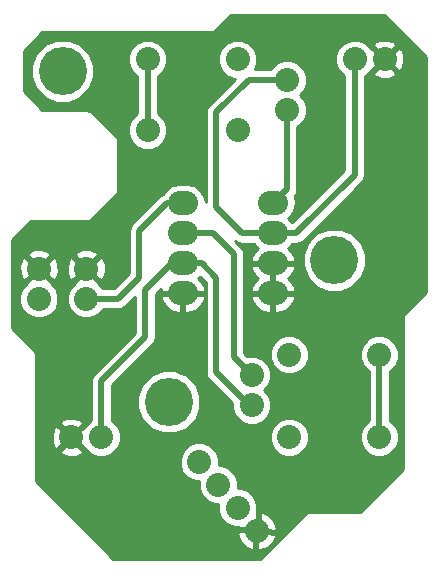
<source format=gtl>
G04 #@! TF.FileFunction,Copper,L1,Top,Signal*
%FSLAX46Y46*%
G04 Gerber Fmt 4.6, Leading zero omitted, Abs format (unit mm)*
G04 Created by KiCad (PCBNEW 4.0.2-stable) date 05/06/2017 19:07:13*
%MOMM*%
G01*
G04 APERTURE LIST*
%ADD10C,0.100000*%
%ADD11C,2.032000*%
%ADD12O,2.540000X2.032000*%
%ADD13C,4.064000*%
%ADD14C,0.500000*%
%ADD15C,0.254000*%
G04 APERTURE END LIST*
D10*
D11*
X24000000Y-47270000D03*
X24000000Y-44730000D03*
X28000000Y-47270000D03*
X28000000Y-44730000D03*
X33190000Y-27000000D03*
X40810000Y-27000000D03*
X52810000Y-59000000D03*
X45190000Y-59000000D03*
X45190000Y-52000000D03*
X52810000Y-52000000D03*
X40810000Y-33000000D03*
X33190000Y-33000000D03*
X37550979Y-61081371D03*
X39183660Y-63027124D03*
X40816340Y-64972876D03*
X42449021Y-66918629D03*
X26730000Y-59000000D03*
X29270000Y-59000000D03*
X53270000Y-27000000D03*
X50730000Y-27000000D03*
D12*
X43810000Y-39190000D03*
X43810000Y-41730000D03*
X43810000Y-44270000D03*
X43810000Y-46810000D03*
X36190000Y-46810000D03*
X36190000Y-44270000D03*
X36190000Y-41730000D03*
X36190000Y-39190000D03*
D11*
X45000000Y-28730000D03*
X45000000Y-31270000D03*
X42000000Y-53730000D03*
X42000000Y-56270000D03*
D13*
X26000000Y-28000000D03*
X35000000Y-56000000D03*
X49000000Y-44000000D03*
D14*
X36190000Y-39190000D02*
X34810000Y-39190000D01*
X30730000Y-47270000D02*
X28000000Y-47270000D01*
X32500000Y-45500000D02*
X30730000Y-47270000D01*
X32500000Y-41500000D02*
X32500000Y-45500000D01*
X34810000Y-39190000D02*
X32500000Y-41500000D01*
X45000000Y-28730000D02*
X41770000Y-28730000D01*
X41230000Y-41730000D02*
X43810000Y-41730000D01*
X39000000Y-39500000D02*
X41230000Y-41730000D01*
X39000000Y-31500000D02*
X39000000Y-39500000D01*
X41770000Y-28730000D02*
X39000000Y-31500000D01*
X43810000Y-41730000D02*
X45770000Y-41730000D01*
X50730000Y-36770000D02*
X50730000Y-27000000D01*
X45770000Y-41730000D02*
X50730000Y-36770000D01*
X42000000Y-56270000D02*
X41770000Y-56270000D01*
X37770000Y-44270000D02*
X36190000Y-44270000D01*
X39000000Y-45500000D02*
X37770000Y-44270000D01*
X39000000Y-53500000D02*
X39000000Y-45500000D01*
X41770000Y-56270000D02*
X39000000Y-53500000D01*
X36190000Y-44270000D02*
X35230000Y-44270000D01*
X35230000Y-44270000D02*
X33000000Y-46500000D01*
X33000000Y-46500000D02*
X33000000Y-50500000D01*
X33000000Y-50500000D02*
X29270000Y-54230000D01*
X29270000Y-54230000D02*
X29270000Y-59000000D01*
X45000000Y-31270000D02*
X45000000Y-38000000D01*
X45000000Y-38000000D02*
X43810000Y-39190000D01*
X36190000Y-41730000D02*
X38730000Y-41730000D01*
X40500000Y-52230000D02*
X42000000Y-53730000D01*
X40500000Y-43500000D02*
X40500000Y-52230000D01*
X38730000Y-41730000D02*
X40500000Y-43500000D01*
X33190000Y-27000000D02*
X33190000Y-33000000D01*
X52810000Y-52000000D02*
X52810000Y-59000000D01*
D15*
G36*
X56790000Y-46705908D02*
X54997954Y-48497954D01*
X54931816Y-48596937D01*
X54931816Y-27268358D01*
X54908014Y-26611981D01*
X54702622Y-26116120D01*
X54434107Y-26015498D01*
X54254502Y-26195103D01*
X54254502Y-25835893D01*
X54153880Y-25567378D01*
X53538358Y-25338184D01*
X52881981Y-25361986D01*
X52386120Y-25567378D01*
X52285498Y-25835893D01*
X53270000Y-26820395D01*
X54254502Y-25835893D01*
X54254502Y-26195103D01*
X53449605Y-27000000D01*
X54434107Y-27984502D01*
X54702622Y-27883880D01*
X54931816Y-27268358D01*
X54931816Y-48596937D01*
X54844046Y-48728295D01*
X54790000Y-49000000D01*
X54790000Y-61705908D01*
X54461286Y-62034622D01*
X54461286Y-58673037D01*
X54210466Y-58066005D01*
X53746437Y-57601166D01*
X53695000Y-57579807D01*
X53695000Y-53420710D01*
X53743995Y-53400466D01*
X54208834Y-52936437D01*
X54460713Y-52329845D01*
X54461286Y-51673037D01*
X54254502Y-51172580D01*
X54254502Y-28164107D01*
X53270000Y-27179605D01*
X53090395Y-27359210D01*
X53090395Y-27000000D01*
X52105893Y-26015498D01*
X52087083Y-26022546D01*
X51666437Y-25601166D01*
X51059845Y-25349287D01*
X50403037Y-25348714D01*
X49796005Y-25599534D01*
X49331166Y-26063563D01*
X49079287Y-26670155D01*
X49078714Y-27326963D01*
X49329534Y-27933995D01*
X49793563Y-28398834D01*
X49845000Y-28420192D01*
X49845000Y-36403420D01*
X45435820Y-40812599D01*
X45268754Y-40562567D01*
X45115251Y-40460000D01*
X45268754Y-40357433D01*
X45626646Y-39821810D01*
X45752321Y-39190000D01*
X45636811Y-38609295D01*
X45636811Y-38609294D01*
X45817633Y-38338675D01*
X45885000Y-38000000D01*
X45885001Y-38000000D01*
X45885000Y-37999994D01*
X45885000Y-32690710D01*
X45933995Y-32670466D01*
X46398834Y-32206437D01*
X46650713Y-31599845D01*
X46651286Y-30943037D01*
X46400466Y-30336005D01*
X46064867Y-29999821D01*
X46398834Y-29666437D01*
X46650713Y-29059845D01*
X46651286Y-28403037D01*
X46400466Y-27796005D01*
X45936437Y-27331166D01*
X45329845Y-27079287D01*
X44673037Y-27078714D01*
X44066005Y-27329534D01*
X43601166Y-27793563D01*
X43579807Y-27845000D01*
X42246801Y-27845000D01*
X42460713Y-27329845D01*
X42461286Y-26673037D01*
X42210466Y-26066005D01*
X41746437Y-25601166D01*
X41139845Y-25349287D01*
X40483037Y-25348714D01*
X39876005Y-25599534D01*
X39411166Y-26063563D01*
X39159287Y-26670155D01*
X39158714Y-27326963D01*
X39409534Y-27933995D01*
X39873563Y-28398834D01*
X40480155Y-28650713D01*
X40597605Y-28650815D01*
X38374210Y-30874210D01*
X38182367Y-31161325D01*
X38171189Y-31217515D01*
X38114999Y-31500000D01*
X38115000Y-31500005D01*
X38115000Y-39102921D01*
X38006646Y-38558190D01*
X37648754Y-38022567D01*
X37113131Y-37664675D01*
X36481321Y-37539000D01*
X35898679Y-37539000D01*
X35266869Y-37664675D01*
X34841286Y-37949040D01*
X34841286Y-32673037D01*
X34590466Y-32066005D01*
X34126437Y-31601166D01*
X34075000Y-31579807D01*
X34075000Y-28420710D01*
X34123995Y-28400466D01*
X34588834Y-27936437D01*
X34840713Y-27329845D01*
X34841286Y-26673037D01*
X34590466Y-26066005D01*
X34126437Y-25601166D01*
X33519845Y-25349287D01*
X32863037Y-25348714D01*
X32256005Y-25599534D01*
X31791166Y-26063563D01*
X31539287Y-26670155D01*
X31538714Y-27326963D01*
X31789534Y-27933995D01*
X32253563Y-28398834D01*
X32305000Y-28420192D01*
X32305000Y-31579289D01*
X32256005Y-31599534D01*
X31791166Y-32063563D01*
X31539287Y-32670155D01*
X31538714Y-33326963D01*
X31789534Y-33933995D01*
X32253563Y-34398834D01*
X32860155Y-34650713D01*
X33516963Y-34651286D01*
X34123995Y-34400466D01*
X34588834Y-33936437D01*
X34840713Y-33329845D01*
X34841286Y-32673037D01*
X34841286Y-37949040D01*
X34731246Y-38022567D01*
X34501531Y-38366358D01*
X34471325Y-38372367D01*
X34184210Y-38564210D01*
X34184207Y-38564213D01*
X31874210Y-40874210D01*
X31682367Y-41161325D01*
X31671189Y-41217515D01*
X31614999Y-41500000D01*
X31615000Y-41500005D01*
X31615000Y-45133420D01*
X30363420Y-46385000D01*
X29661816Y-46385000D01*
X29661816Y-44998358D01*
X29638014Y-44341981D01*
X29432622Y-43846120D01*
X29164107Y-43745498D01*
X28984502Y-43925103D01*
X28984502Y-43565893D01*
X28883880Y-43297378D01*
X28268358Y-43068184D01*
X27611981Y-43091986D01*
X27116120Y-43297378D01*
X27015498Y-43565893D01*
X28000000Y-44550395D01*
X28984502Y-43565893D01*
X28984502Y-43925103D01*
X28179605Y-44730000D01*
X29164107Y-45714502D01*
X29432622Y-45613880D01*
X29661816Y-44998358D01*
X29661816Y-46385000D01*
X29420710Y-46385000D01*
X29400466Y-46336005D01*
X28977633Y-45912434D01*
X28984502Y-45894107D01*
X28000000Y-44909605D01*
X27820395Y-45089210D01*
X27820395Y-44730000D01*
X26835893Y-43745498D01*
X26567378Y-43846120D01*
X26338184Y-44461642D01*
X26361986Y-45118019D01*
X26567378Y-45613880D01*
X26835893Y-45714502D01*
X27820395Y-44730000D01*
X27820395Y-45089210D01*
X27015498Y-45894107D01*
X27022546Y-45912916D01*
X26601166Y-46333563D01*
X26349287Y-46940155D01*
X26348714Y-47596963D01*
X26599534Y-48203995D01*
X27063563Y-48668834D01*
X27670155Y-48920713D01*
X28326963Y-48921286D01*
X28933995Y-48670466D01*
X29398834Y-48206437D01*
X29420192Y-48155000D01*
X30729994Y-48155000D01*
X30730000Y-48155001D01*
X30730000Y-48155000D01*
X31012484Y-48098810D01*
X31068674Y-48087633D01*
X31068675Y-48087633D01*
X31355790Y-47895790D01*
X32115000Y-47136579D01*
X32115000Y-50133420D01*
X28644210Y-53604210D01*
X28452367Y-53891325D01*
X28441189Y-53947515D01*
X28384999Y-54230000D01*
X28385000Y-54230005D01*
X28385000Y-57579289D01*
X28336005Y-57599534D01*
X27912434Y-58022366D01*
X27894107Y-58015498D01*
X27714502Y-58195103D01*
X27714502Y-57835893D01*
X27613880Y-57567378D01*
X26998358Y-57338184D01*
X26341981Y-57361986D01*
X25846120Y-57567378D01*
X25745498Y-57835893D01*
X26730000Y-58820395D01*
X27714502Y-57835893D01*
X27714502Y-58195103D01*
X26909605Y-59000000D01*
X27894107Y-59984502D01*
X27912916Y-59977453D01*
X28333563Y-60398834D01*
X28940155Y-60650713D01*
X29596963Y-60651286D01*
X30203995Y-60400466D01*
X30668834Y-59936437D01*
X30920713Y-59329845D01*
X30921286Y-58673037D01*
X30670466Y-58066005D01*
X30206437Y-57601166D01*
X30155000Y-57579807D01*
X30155000Y-54596579D01*
X33625786Y-51125792D01*
X33625789Y-51125790D01*
X33625790Y-51125790D01*
X33817633Y-50838675D01*
X33885000Y-50500000D01*
X33885000Y-46866579D01*
X34331797Y-46419782D01*
X34330025Y-46427056D01*
X34449165Y-46683000D01*
X36063000Y-46683000D01*
X36063000Y-46663000D01*
X36317000Y-46663000D01*
X36317000Y-46683000D01*
X37930835Y-46683000D01*
X38049975Y-46427056D01*
X38017926Y-46295523D01*
X37701236Y-45732370D01*
X37474218Y-45554053D01*
X37648754Y-45437433D01*
X37663613Y-45415193D01*
X38115000Y-45866579D01*
X38115000Y-53499994D01*
X38114999Y-53500000D01*
X38171189Y-53782484D01*
X38182367Y-53838675D01*
X38374210Y-54125790D01*
X40349146Y-56100726D01*
X40348714Y-56596963D01*
X40599534Y-57203995D01*
X41063563Y-57668834D01*
X41670155Y-57920713D01*
X42326963Y-57921286D01*
X42933995Y-57670466D01*
X43398834Y-57206437D01*
X43650713Y-56599845D01*
X43651286Y-55943037D01*
X43400466Y-55336005D01*
X43064867Y-54999821D01*
X43398834Y-54666437D01*
X43650713Y-54059845D01*
X43651286Y-53403037D01*
X43400466Y-52796005D01*
X42936437Y-52331166D01*
X42329845Y-52079287D01*
X41673037Y-52078714D01*
X41621562Y-52099982D01*
X41385000Y-51863420D01*
X41385000Y-43500005D01*
X41385000Y-43500000D01*
X41385001Y-43500000D01*
X41328810Y-43217515D01*
X41317633Y-43161326D01*
X41317633Y-43161325D01*
X41125790Y-42874210D01*
X41125786Y-42874207D01*
X40613730Y-42362151D01*
X40891325Y-42547633D01*
X41230000Y-42615001D01*
X41230000Y-42615000D01*
X41230005Y-42615000D01*
X42162530Y-42615000D01*
X42351246Y-42897433D01*
X42525781Y-43014053D01*
X42298764Y-43192370D01*
X41982074Y-43755523D01*
X41950025Y-43887056D01*
X42069165Y-44143000D01*
X43683000Y-44143000D01*
X43683000Y-44123000D01*
X43937000Y-44123000D01*
X43937000Y-44143000D01*
X45550835Y-44143000D01*
X45669975Y-43887056D01*
X45637926Y-43755523D01*
X45321236Y-43192370D01*
X45094218Y-43014053D01*
X45268754Y-42897433D01*
X45457469Y-42615000D01*
X45769994Y-42615000D01*
X45770000Y-42615001D01*
X45770000Y-42615000D01*
X46052484Y-42558810D01*
X46108674Y-42547633D01*
X46108675Y-42547633D01*
X46395790Y-42355790D01*
X51355786Y-37395792D01*
X51355789Y-37395790D01*
X51355790Y-37395790D01*
X51547633Y-37108675D01*
X51615000Y-36770000D01*
X51615001Y-36770000D01*
X51615000Y-36769994D01*
X51615000Y-28420710D01*
X51663995Y-28400466D01*
X52087565Y-27977633D01*
X52105893Y-27984502D01*
X53090395Y-27000000D01*
X53090395Y-27359210D01*
X52285498Y-28164107D01*
X52386120Y-28432622D01*
X53001642Y-28661816D01*
X53658019Y-28638014D01*
X54153880Y-28432622D01*
X54254502Y-28164107D01*
X54254502Y-51172580D01*
X54210466Y-51066005D01*
X53746437Y-50601166D01*
X53139845Y-50349287D01*
X52483037Y-50348714D01*
X51876005Y-50599534D01*
X51667461Y-50807714D01*
X51667461Y-43471828D01*
X51262290Y-42491240D01*
X50512706Y-41740346D01*
X49532826Y-41333465D01*
X48471828Y-41332539D01*
X47491240Y-41737710D01*
X46740346Y-42487294D01*
X46333465Y-43467174D01*
X46332539Y-44528172D01*
X46737710Y-45508760D01*
X47487294Y-46259654D01*
X48467174Y-46666535D01*
X49528172Y-46667461D01*
X50508760Y-46262290D01*
X51259654Y-45512706D01*
X51666535Y-44532826D01*
X51667461Y-43471828D01*
X51667461Y-50807714D01*
X51411166Y-51063563D01*
X51159287Y-51670155D01*
X51158714Y-52326963D01*
X51409534Y-52933995D01*
X51873563Y-53398834D01*
X51925000Y-53420192D01*
X51925000Y-57579289D01*
X51876005Y-57599534D01*
X51411166Y-58063563D01*
X51159287Y-58670155D01*
X51158714Y-59326963D01*
X51409534Y-59933995D01*
X51873563Y-60398834D01*
X52480155Y-60650713D01*
X53136963Y-60651286D01*
X53743995Y-60400466D01*
X54208834Y-59936437D01*
X54460713Y-59329845D01*
X54461286Y-58673037D01*
X54461286Y-62034622D01*
X53997954Y-62497954D01*
X53997951Y-62497957D01*
X51205908Y-65290000D01*
X47000000Y-65290000D01*
X46841286Y-65321570D01*
X46841286Y-58673037D01*
X46841286Y-51673037D01*
X46590466Y-51066005D01*
X46126437Y-50601166D01*
X45669975Y-50411626D01*
X45669975Y-47192944D01*
X45669975Y-46427056D01*
X45637926Y-46295523D01*
X45321236Y-45732370D01*
X45076326Y-45540000D01*
X45321236Y-45347630D01*
X45637926Y-44784477D01*
X45669975Y-44652944D01*
X45550835Y-44397000D01*
X43937000Y-44397000D01*
X43937000Y-45159000D01*
X43937000Y-45921000D01*
X43937000Y-46683000D01*
X45550835Y-46683000D01*
X45669975Y-46427056D01*
X45669975Y-47192944D01*
X45550835Y-46937000D01*
X43937000Y-46937000D01*
X43937000Y-48461000D01*
X44191000Y-48461000D01*
X44813143Y-48286724D01*
X45321236Y-47887630D01*
X45637926Y-47324477D01*
X45669975Y-47192944D01*
X45669975Y-50411626D01*
X45519845Y-50349287D01*
X44863037Y-50348714D01*
X44256005Y-50599534D01*
X43791166Y-51063563D01*
X43683000Y-51324055D01*
X43683000Y-48461000D01*
X43683000Y-46937000D01*
X43683000Y-46683000D01*
X43683000Y-45921000D01*
X43683000Y-45159000D01*
X43683000Y-44397000D01*
X42069165Y-44397000D01*
X41950025Y-44652944D01*
X41982074Y-44784477D01*
X42298764Y-45347630D01*
X42543673Y-45540000D01*
X42298764Y-45732370D01*
X41982074Y-46295523D01*
X41950025Y-46427056D01*
X42069165Y-46683000D01*
X43683000Y-46683000D01*
X43683000Y-46937000D01*
X42069165Y-46937000D01*
X41950025Y-47192944D01*
X41982074Y-47324477D01*
X42298764Y-47887630D01*
X42806857Y-48286724D01*
X43429000Y-48461000D01*
X43683000Y-48461000D01*
X43683000Y-51324055D01*
X43539287Y-51670155D01*
X43538714Y-52326963D01*
X43789534Y-52933995D01*
X44253563Y-53398834D01*
X44860155Y-53650713D01*
X45516963Y-53651286D01*
X46123995Y-53400466D01*
X46588834Y-52936437D01*
X46840713Y-52329845D01*
X46841286Y-51673037D01*
X46841286Y-58673037D01*
X46590466Y-58066005D01*
X46126437Y-57601166D01*
X45519845Y-57349287D01*
X44863037Y-57348714D01*
X44256005Y-57599534D01*
X43791166Y-58063563D01*
X43539287Y-58670155D01*
X43538714Y-59326963D01*
X43789534Y-59933995D01*
X44253563Y-60398834D01*
X44860155Y-60650713D01*
X45516963Y-60651286D01*
X46123995Y-60400466D01*
X46588834Y-59936437D01*
X46840713Y-59329845D01*
X46841286Y-58673037D01*
X46841286Y-65321570D01*
X46728295Y-65344046D01*
X46497954Y-65497954D01*
X44114620Y-67881288D01*
X44114620Y-66674849D01*
X43894543Y-66056008D01*
X43454399Y-65568494D01*
X42978326Y-65320666D01*
X42707953Y-65416183D01*
X42586607Y-66803181D01*
X43973604Y-66924528D01*
X44114620Y-66674849D01*
X44114620Y-67881288D01*
X44046984Y-67948924D01*
X44046984Y-67447934D01*
X43951467Y-67177561D01*
X42564469Y-67056215D01*
X42467626Y-68163131D01*
X42467626Y-64645913D01*
X42216806Y-64038881D01*
X41752777Y-63574042D01*
X41146185Y-63322163D01*
X40834403Y-63321891D01*
X40834946Y-62700161D01*
X40584126Y-62093129D01*
X40120097Y-61628290D01*
X39513505Y-61376411D01*
X39201722Y-61376139D01*
X39202265Y-60754408D01*
X38951445Y-60147376D01*
X38487416Y-59682537D01*
X38049975Y-59500895D01*
X38049975Y-47192944D01*
X37930835Y-46937000D01*
X36317000Y-46937000D01*
X36317000Y-48461000D01*
X36571000Y-48461000D01*
X37193143Y-48286724D01*
X37701236Y-47887630D01*
X38017926Y-47324477D01*
X38049975Y-47192944D01*
X38049975Y-59500895D01*
X37880824Y-59430658D01*
X37667461Y-59430471D01*
X37667461Y-55471828D01*
X37262290Y-54491240D01*
X36512706Y-53740346D01*
X36063000Y-53553612D01*
X36063000Y-48461000D01*
X36063000Y-46937000D01*
X34449165Y-46937000D01*
X34330025Y-47192944D01*
X34362074Y-47324477D01*
X34678764Y-47887630D01*
X35186857Y-48286724D01*
X35809000Y-48461000D01*
X36063000Y-48461000D01*
X36063000Y-53553612D01*
X35532826Y-53333465D01*
X34471828Y-53332539D01*
X33491240Y-53737710D01*
X32740346Y-54487294D01*
X32333465Y-55467174D01*
X32332539Y-56528172D01*
X32737710Y-57508760D01*
X33487294Y-58259654D01*
X34467174Y-58666535D01*
X35528172Y-58667461D01*
X36508760Y-58262290D01*
X37259654Y-57512706D01*
X37666535Y-56532826D01*
X37667461Y-55471828D01*
X37667461Y-59430471D01*
X37224016Y-59430085D01*
X36616984Y-59680905D01*
X36152145Y-60144934D01*
X35900266Y-60751526D01*
X35899693Y-61408334D01*
X36150513Y-62015366D01*
X36614542Y-62480205D01*
X37221134Y-62732084D01*
X37532916Y-62732355D01*
X37532374Y-63354087D01*
X37783194Y-63961119D01*
X38247223Y-64425958D01*
X38853815Y-64677837D01*
X39165596Y-64678108D01*
X39165054Y-65299839D01*
X39415874Y-65906871D01*
X39879903Y-66371710D01*
X40486495Y-66623589D01*
X40933956Y-66623979D01*
X40946575Y-66659697D01*
X42112484Y-66761700D01*
X42255272Y-66904488D01*
X42434880Y-66724880D01*
X42346241Y-66636241D01*
X42454920Y-65394046D01*
X42434030Y-65382247D01*
X42467053Y-65302721D01*
X42467626Y-64645913D01*
X42467626Y-68163131D01*
X42443122Y-68443212D01*
X42692801Y-68584228D01*
X43311642Y-68364151D01*
X43799156Y-67924007D01*
X44046984Y-67447934D01*
X44046984Y-67948924D01*
X42705908Y-69290000D01*
X42311435Y-69290000D01*
X42311435Y-67034077D01*
X40924438Y-66912730D01*
X40783422Y-67162409D01*
X41003499Y-67781250D01*
X41443643Y-68268764D01*
X41919716Y-68516592D01*
X42190089Y-68421075D01*
X42311435Y-67034077D01*
X42311435Y-69290000D01*
X40000000Y-69290000D01*
X30294091Y-69290000D01*
X27714502Y-66710410D01*
X27714502Y-60164107D01*
X26730000Y-59179605D01*
X26550395Y-59359210D01*
X26550395Y-59000000D01*
X25661816Y-58111421D01*
X25661816Y-44998358D01*
X25638014Y-44341981D01*
X25432622Y-43846120D01*
X25164107Y-43745498D01*
X24984502Y-43925103D01*
X24984502Y-43565893D01*
X24883880Y-43297378D01*
X24268358Y-43068184D01*
X23611981Y-43091986D01*
X23116120Y-43297378D01*
X23015498Y-43565893D01*
X24000000Y-44550395D01*
X24984502Y-43565893D01*
X24984502Y-43925103D01*
X24179605Y-44730000D01*
X25164107Y-45714502D01*
X25432622Y-45613880D01*
X25661816Y-44998358D01*
X25661816Y-58111421D01*
X25651286Y-58100891D01*
X25651286Y-46943037D01*
X25400466Y-46336005D01*
X24977633Y-45912434D01*
X24984502Y-45894107D01*
X24000000Y-44909605D01*
X23820395Y-45089210D01*
X23820395Y-44730000D01*
X22835893Y-43745498D01*
X22567378Y-43846120D01*
X22338184Y-44461642D01*
X22361986Y-45118019D01*
X22567378Y-45613880D01*
X22835893Y-45714502D01*
X23820395Y-44730000D01*
X23820395Y-45089210D01*
X23015498Y-45894107D01*
X23022546Y-45912916D01*
X22601166Y-46333563D01*
X22349287Y-46940155D01*
X22348714Y-47596963D01*
X22599534Y-48203995D01*
X23063563Y-48668834D01*
X23670155Y-48920713D01*
X24326963Y-48921286D01*
X24933995Y-48670466D01*
X25398834Y-48206437D01*
X25650713Y-47599845D01*
X25651286Y-46943037D01*
X25651286Y-58100891D01*
X25565893Y-58015498D01*
X25297378Y-58116120D01*
X25068184Y-58731642D01*
X25091986Y-59388019D01*
X25297378Y-59883880D01*
X25565893Y-59984502D01*
X26550395Y-59000000D01*
X26550395Y-59359210D01*
X25745498Y-60164107D01*
X25846120Y-60432622D01*
X26461642Y-60661816D01*
X27118019Y-60638014D01*
X27613880Y-60432622D01*
X27714502Y-60164107D01*
X27714502Y-66710410D01*
X23710000Y-62705908D01*
X23710000Y-52000000D01*
X23655954Y-51728295D01*
X23502046Y-51497954D01*
X21710000Y-49705908D01*
X21710000Y-42294092D01*
X23294092Y-40710000D01*
X27000000Y-40710000D01*
X28000000Y-40710000D01*
X28271705Y-40655954D01*
X28502046Y-40502046D01*
X30502046Y-38502046D01*
X30655954Y-38271705D01*
X30710000Y-38000000D01*
X30710000Y-34000000D01*
X30655954Y-33728295D01*
X30502046Y-33497954D01*
X28667461Y-31663369D01*
X28667461Y-27471828D01*
X28262290Y-26491240D01*
X27512706Y-25740346D01*
X26532826Y-25333465D01*
X25471828Y-25332539D01*
X24491240Y-25737710D01*
X23740346Y-26487294D01*
X23333465Y-27467174D01*
X23332539Y-28528172D01*
X23737710Y-29508760D01*
X24487294Y-30259654D01*
X25467174Y-30666535D01*
X26528172Y-30667461D01*
X27508760Y-30262290D01*
X28259654Y-29512706D01*
X28666535Y-28532826D01*
X28667461Y-27471828D01*
X28667461Y-31663369D01*
X28502046Y-31497954D01*
X28271705Y-31344046D01*
X28000000Y-31290000D01*
X26000000Y-31290000D01*
X24294092Y-31290000D01*
X22710000Y-29705908D01*
X22710000Y-26294092D01*
X24294092Y-24710000D01*
X38500000Y-24710000D01*
X38771705Y-24655954D01*
X39002046Y-24502046D01*
X40294092Y-23210000D01*
X53205908Y-23210000D01*
X55997951Y-26002042D01*
X55997954Y-26002046D01*
X56790000Y-26794091D01*
X56790000Y-46705908D01*
X56790000Y-46705908D01*
G37*
X56790000Y-46705908D02*
X54997954Y-48497954D01*
X54931816Y-48596937D01*
X54931816Y-27268358D01*
X54908014Y-26611981D01*
X54702622Y-26116120D01*
X54434107Y-26015498D01*
X54254502Y-26195103D01*
X54254502Y-25835893D01*
X54153880Y-25567378D01*
X53538358Y-25338184D01*
X52881981Y-25361986D01*
X52386120Y-25567378D01*
X52285498Y-25835893D01*
X53270000Y-26820395D01*
X54254502Y-25835893D01*
X54254502Y-26195103D01*
X53449605Y-27000000D01*
X54434107Y-27984502D01*
X54702622Y-27883880D01*
X54931816Y-27268358D01*
X54931816Y-48596937D01*
X54844046Y-48728295D01*
X54790000Y-49000000D01*
X54790000Y-61705908D01*
X54461286Y-62034622D01*
X54461286Y-58673037D01*
X54210466Y-58066005D01*
X53746437Y-57601166D01*
X53695000Y-57579807D01*
X53695000Y-53420710D01*
X53743995Y-53400466D01*
X54208834Y-52936437D01*
X54460713Y-52329845D01*
X54461286Y-51673037D01*
X54254502Y-51172580D01*
X54254502Y-28164107D01*
X53270000Y-27179605D01*
X53090395Y-27359210D01*
X53090395Y-27000000D01*
X52105893Y-26015498D01*
X52087083Y-26022546D01*
X51666437Y-25601166D01*
X51059845Y-25349287D01*
X50403037Y-25348714D01*
X49796005Y-25599534D01*
X49331166Y-26063563D01*
X49079287Y-26670155D01*
X49078714Y-27326963D01*
X49329534Y-27933995D01*
X49793563Y-28398834D01*
X49845000Y-28420192D01*
X49845000Y-36403420D01*
X45435820Y-40812599D01*
X45268754Y-40562567D01*
X45115251Y-40460000D01*
X45268754Y-40357433D01*
X45626646Y-39821810D01*
X45752321Y-39190000D01*
X45636811Y-38609295D01*
X45636811Y-38609294D01*
X45817633Y-38338675D01*
X45885000Y-38000000D01*
X45885001Y-38000000D01*
X45885000Y-37999994D01*
X45885000Y-32690710D01*
X45933995Y-32670466D01*
X46398834Y-32206437D01*
X46650713Y-31599845D01*
X46651286Y-30943037D01*
X46400466Y-30336005D01*
X46064867Y-29999821D01*
X46398834Y-29666437D01*
X46650713Y-29059845D01*
X46651286Y-28403037D01*
X46400466Y-27796005D01*
X45936437Y-27331166D01*
X45329845Y-27079287D01*
X44673037Y-27078714D01*
X44066005Y-27329534D01*
X43601166Y-27793563D01*
X43579807Y-27845000D01*
X42246801Y-27845000D01*
X42460713Y-27329845D01*
X42461286Y-26673037D01*
X42210466Y-26066005D01*
X41746437Y-25601166D01*
X41139845Y-25349287D01*
X40483037Y-25348714D01*
X39876005Y-25599534D01*
X39411166Y-26063563D01*
X39159287Y-26670155D01*
X39158714Y-27326963D01*
X39409534Y-27933995D01*
X39873563Y-28398834D01*
X40480155Y-28650713D01*
X40597605Y-28650815D01*
X38374210Y-30874210D01*
X38182367Y-31161325D01*
X38171189Y-31217515D01*
X38114999Y-31500000D01*
X38115000Y-31500005D01*
X38115000Y-39102921D01*
X38006646Y-38558190D01*
X37648754Y-38022567D01*
X37113131Y-37664675D01*
X36481321Y-37539000D01*
X35898679Y-37539000D01*
X35266869Y-37664675D01*
X34841286Y-37949040D01*
X34841286Y-32673037D01*
X34590466Y-32066005D01*
X34126437Y-31601166D01*
X34075000Y-31579807D01*
X34075000Y-28420710D01*
X34123995Y-28400466D01*
X34588834Y-27936437D01*
X34840713Y-27329845D01*
X34841286Y-26673037D01*
X34590466Y-26066005D01*
X34126437Y-25601166D01*
X33519845Y-25349287D01*
X32863037Y-25348714D01*
X32256005Y-25599534D01*
X31791166Y-26063563D01*
X31539287Y-26670155D01*
X31538714Y-27326963D01*
X31789534Y-27933995D01*
X32253563Y-28398834D01*
X32305000Y-28420192D01*
X32305000Y-31579289D01*
X32256005Y-31599534D01*
X31791166Y-32063563D01*
X31539287Y-32670155D01*
X31538714Y-33326963D01*
X31789534Y-33933995D01*
X32253563Y-34398834D01*
X32860155Y-34650713D01*
X33516963Y-34651286D01*
X34123995Y-34400466D01*
X34588834Y-33936437D01*
X34840713Y-33329845D01*
X34841286Y-32673037D01*
X34841286Y-37949040D01*
X34731246Y-38022567D01*
X34501531Y-38366358D01*
X34471325Y-38372367D01*
X34184210Y-38564210D01*
X34184207Y-38564213D01*
X31874210Y-40874210D01*
X31682367Y-41161325D01*
X31671189Y-41217515D01*
X31614999Y-41500000D01*
X31615000Y-41500005D01*
X31615000Y-45133420D01*
X30363420Y-46385000D01*
X29661816Y-46385000D01*
X29661816Y-44998358D01*
X29638014Y-44341981D01*
X29432622Y-43846120D01*
X29164107Y-43745498D01*
X28984502Y-43925103D01*
X28984502Y-43565893D01*
X28883880Y-43297378D01*
X28268358Y-43068184D01*
X27611981Y-43091986D01*
X27116120Y-43297378D01*
X27015498Y-43565893D01*
X28000000Y-44550395D01*
X28984502Y-43565893D01*
X28984502Y-43925103D01*
X28179605Y-44730000D01*
X29164107Y-45714502D01*
X29432622Y-45613880D01*
X29661816Y-44998358D01*
X29661816Y-46385000D01*
X29420710Y-46385000D01*
X29400466Y-46336005D01*
X28977633Y-45912434D01*
X28984502Y-45894107D01*
X28000000Y-44909605D01*
X27820395Y-45089210D01*
X27820395Y-44730000D01*
X26835893Y-43745498D01*
X26567378Y-43846120D01*
X26338184Y-44461642D01*
X26361986Y-45118019D01*
X26567378Y-45613880D01*
X26835893Y-45714502D01*
X27820395Y-44730000D01*
X27820395Y-45089210D01*
X27015498Y-45894107D01*
X27022546Y-45912916D01*
X26601166Y-46333563D01*
X26349287Y-46940155D01*
X26348714Y-47596963D01*
X26599534Y-48203995D01*
X27063563Y-48668834D01*
X27670155Y-48920713D01*
X28326963Y-48921286D01*
X28933995Y-48670466D01*
X29398834Y-48206437D01*
X29420192Y-48155000D01*
X30729994Y-48155000D01*
X30730000Y-48155001D01*
X30730000Y-48155000D01*
X31012484Y-48098810D01*
X31068674Y-48087633D01*
X31068675Y-48087633D01*
X31355790Y-47895790D01*
X32115000Y-47136579D01*
X32115000Y-50133420D01*
X28644210Y-53604210D01*
X28452367Y-53891325D01*
X28441189Y-53947515D01*
X28384999Y-54230000D01*
X28385000Y-54230005D01*
X28385000Y-57579289D01*
X28336005Y-57599534D01*
X27912434Y-58022366D01*
X27894107Y-58015498D01*
X27714502Y-58195103D01*
X27714502Y-57835893D01*
X27613880Y-57567378D01*
X26998358Y-57338184D01*
X26341981Y-57361986D01*
X25846120Y-57567378D01*
X25745498Y-57835893D01*
X26730000Y-58820395D01*
X27714502Y-57835893D01*
X27714502Y-58195103D01*
X26909605Y-59000000D01*
X27894107Y-59984502D01*
X27912916Y-59977453D01*
X28333563Y-60398834D01*
X28940155Y-60650713D01*
X29596963Y-60651286D01*
X30203995Y-60400466D01*
X30668834Y-59936437D01*
X30920713Y-59329845D01*
X30921286Y-58673037D01*
X30670466Y-58066005D01*
X30206437Y-57601166D01*
X30155000Y-57579807D01*
X30155000Y-54596579D01*
X33625786Y-51125792D01*
X33625789Y-51125790D01*
X33625790Y-51125790D01*
X33817633Y-50838675D01*
X33885000Y-50500000D01*
X33885000Y-46866579D01*
X34331797Y-46419782D01*
X34330025Y-46427056D01*
X34449165Y-46683000D01*
X36063000Y-46683000D01*
X36063000Y-46663000D01*
X36317000Y-46663000D01*
X36317000Y-46683000D01*
X37930835Y-46683000D01*
X38049975Y-46427056D01*
X38017926Y-46295523D01*
X37701236Y-45732370D01*
X37474218Y-45554053D01*
X37648754Y-45437433D01*
X37663613Y-45415193D01*
X38115000Y-45866579D01*
X38115000Y-53499994D01*
X38114999Y-53500000D01*
X38171189Y-53782484D01*
X38182367Y-53838675D01*
X38374210Y-54125790D01*
X40349146Y-56100726D01*
X40348714Y-56596963D01*
X40599534Y-57203995D01*
X41063563Y-57668834D01*
X41670155Y-57920713D01*
X42326963Y-57921286D01*
X42933995Y-57670466D01*
X43398834Y-57206437D01*
X43650713Y-56599845D01*
X43651286Y-55943037D01*
X43400466Y-55336005D01*
X43064867Y-54999821D01*
X43398834Y-54666437D01*
X43650713Y-54059845D01*
X43651286Y-53403037D01*
X43400466Y-52796005D01*
X42936437Y-52331166D01*
X42329845Y-52079287D01*
X41673037Y-52078714D01*
X41621562Y-52099982D01*
X41385000Y-51863420D01*
X41385000Y-43500005D01*
X41385000Y-43500000D01*
X41385001Y-43500000D01*
X41328810Y-43217515D01*
X41317633Y-43161326D01*
X41317633Y-43161325D01*
X41125790Y-42874210D01*
X41125786Y-42874207D01*
X40613730Y-42362151D01*
X40891325Y-42547633D01*
X41230000Y-42615001D01*
X41230000Y-42615000D01*
X41230005Y-42615000D01*
X42162530Y-42615000D01*
X42351246Y-42897433D01*
X42525781Y-43014053D01*
X42298764Y-43192370D01*
X41982074Y-43755523D01*
X41950025Y-43887056D01*
X42069165Y-44143000D01*
X43683000Y-44143000D01*
X43683000Y-44123000D01*
X43937000Y-44123000D01*
X43937000Y-44143000D01*
X45550835Y-44143000D01*
X45669975Y-43887056D01*
X45637926Y-43755523D01*
X45321236Y-43192370D01*
X45094218Y-43014053D01*
X45268754Y-42897433D01*
X45457469Y-42615000D01*
X45769994Y-42615000D01*
X45770000Y-42615001D01*
X45770000Y-42615000D01*
X46052484Y-42558810D01*
X46108674Y-42547633D01*
X46108675Y-42547633D01*
X46395790Y-42355790D01*
X51355786Y-37395792D01*
X51355789Y-37395790D01*
X51355790Y-37395790D01*
X51547633Y-37108675D01*
X51615000Y-36770000D01*
X51615001Y-36770000D01*
X51615000Y-36769994D01*
X51615000Y-28420710D01*
X51663995Y-28400466D01*
X52087565Y-27977633D01*
X52105893Y-27984502D01*
X53090395Y-27000000D01*
X53090395Y-27359210D01*
X52285498Y-28164107D01*
X52386120Y-28432622D01*
X53001642Y-28661816D01*
X53658019Y-28638014D01*
X54153880Y-28432622D01*
X54254502Y-28164107D01*
X54254502Y-51172580D01*
X54210466Y-51066005D01*
X53746437Y-50601166D01*
X53139845Y-50349287D01*
X52483037Y-50348714D01*
X51876005Y-50599534D01*
X51667461Y-50807714D01*
X51667461Y-43471828D01*
X51262290Y-42491240D01*
X50512706Y-41740346D01*
X49532826Y-41333465D01*
X48471828Y-41332539D01*
X47491240Y-41737710D01*
X46740346Y-42487294D01*
X46333465Y-43467174D01*
X46332539Y-44528172D01*
X46737710Y-45508760D01*
X47487294Y-46259654D01*
X48467174Y-46666535D01*
X49528172Y-46667461D01*
X50508760Y-46262290D01*
X51259654Y-45512706D01*
X51666535Y-44532826D01*
X51667461Y-43471828D01*
X51667461Y-50807714D01*
X51411166Y-51063563D01*
X51159287Y-51670155D01*
X51158714Y-52326963D01*
X51409534Y-52933995D01*
X51873563Y-53398834D01*
X51925000Y-53420192D01*
X51925000Y-57579289D01*
X51876005Y-57599534D01*
X51411166Y-58063563D01*
X51159287Y-58670155D01*
X51158714Y-59326963D01*
X51409534Y-59933995D01*
X51873563Y-60398834D01*
X52480155Y-60650713D01*
X53136963Y-60651286D01*
X53743995Y-60400466D01*
X54208834Y-59936437D01*
X54460713Y-59329845D01*
X54461286Y-58673037D01*
X54461286Y-62034622D01*
X53997954Y-62497954D01*
X53997951Y-62497957D01*
X51205908Y-65290000D01*
X47000000Y-65290000D01*
X46841286Y-65321570D01*
X46841286Y-58673037D01*
X46841286Y-51673037D01*
X46590466Y-51066005D01*
X46126437Y-50601166D01*
X45669975Y-50411626D01*
X45669975Y-47192944D01*
X45669975Y-46427056D01*
X45637926Y-46295523D01*
X45321236Y-45732370D01*
X45076326Y-45540000D01*
X45321236Y-45347630D01*
X45637926Y-44784477D01*
X45669975Y-44652944D01*
X45550835Y-44397000D01*
X43937000Y-44397000D01*
X43937000Y-45159000D01*
X43937000Y-45921000D01*
X43937000Y-46683000D01*
X45550835Y-46683000D01*
X45669975Y-46427056D01*
X45669975Y-47192944D01*
X45550835Y-46937000D01*
X43937000Y-46937000D01*
X43937000Y-48461000D01*
X44191000Y-48461000D01*
X44813143Y-48286724D01*
X45321236Y-47887630D01*
X45637926Y-47324477D01*
X45669975Y-47192944D01*
X45669975Y-50411626D01*
X45519845Y-50349287D01*
X44863037Y-50348714D01*
X44256005Y-50599534D01*
X43791166Y-51063563D01*
X43683000Y-51324055D01*
X43683000Y-48461000D01*
X43683000Y-46937000D01*
X43683000Y-46683000D01*
X43683000Y-45921000D01*
X43683000Y-45159000D01*
X43683000Y-44397000D01*
X42069165Y-44397000D01*
X41950025Y-44652944D01*
X41982074Y-44784477D01*
X42298764Y-45347630D01*
X42543673Y-45540000D01*
X42298764Y-45732370D01*
X41982074Y-46295523D01*
X41950025Y-46427056D01*
X42069165Y-46683000D01*
X43683000Y-46683000D01*
X43683000Y-46937000D01*
X42069165Y-46937000D01*
X41950025Y-47192944D01*
X41982074Y-47324477D01*
X42298764Y-47887630D01*
X42806857Y-48286724D01*
X43429000Y-48461000D01*
X43683000Y-48461000D01*
X43683000Y-51324055D01*
X43539287Y-51670155D01*
X43538714Y-52326963D01*
X43789534Y-52933995D01*
X44253563Y-53398834D01*
X44860155Y-53650713D01*
X45516963Y-53651286D01*
X46123995Y-53400466D01*
X46588834Y-52936437D01*
X46840713Y-52329845D01*
X46841286Y-51673037D01*
X46841286Y-58673037D01*
X46590466Y-58066005D01*
X46126437Y-57601166D01*
X45519845Y-57349287D01*
X44863037Y-57348714D01*
X44256005Y-57599534D01*
X43791166Y-58063563D01*
X43539287Y-58670155D01*
X43538714Y-59326963D01*
X43789534Y-59933995D01*
X44253563Y-60398834D01*
X44860155Y-60650713D01*
X45516963Y-60651286D01*
X46123995Y-60400466D01*
X46588834Y-59936437D01*
X46840713Y-59329845D01*
X46841286Y-58673037D01*
X46841286Y-65321570D01*
X46728295Y-65344046D01*
X46497954Y-65497954D01*
X44114620Y-67881288D01*
X44114620Y-66674849D01*
X43894543Y-66056008D01*
X43454399Y-65568494D01*
X42978326Y-65320666D01*
X42707953Y-65416183D01*
X42586607Y-66803181D01*
X43973604Y-66924528D01*
X44114620Y-66674849D01*
X44114620Y-67881288D01*
X44046984Y-67948924D01*
X44046984Y-67447934D01*
X43951467Y-67177561D01*
X42564469Y-67056215D01*
X42467626Y-68163131D01*
X42467626Y-64645913D01*
X42216806Y-64038881D01*
X41752777Y-63574042D01*
X41146185Y-63322163D01*
X40834403Y-63321891D01*
X40834946Y-62700161D01*
X40584126Y-62093129D01*
X40120097Y-61628290D01*
X39513505Y-61376411D01*
X39201722Y-61376139D01*
X39202265Y-60754408D01*
X38951445Y-60147376D01*
X38487416Y-59682537D01*
X38049975Y-59500895D01*
X38049975Y-47192944D01*
X37930835Y-46937000D01*
X36317000Y-46937000D01*
X36317000Y-48461000D01*
X36571000Y-48461000D01*
X37193143Y-48286724D01*
X37701236Y-47887630D01*
X38017926Y-47324477D01*
X38049975Y-47192944D01*
X38049975Y-59500895D01*
X37880824Y-59430658D01*
X37667461Y-59430471D01*
X37667461Y-55471828D01*
X37262290Y-54491240D01*
X36512706Y-53740346D01*
X36063000Y-53553612D01*
X36063000Y-48461000D01*
X36063000Y-46937000D01*
X34449165Y-46937000D01*
X34330025Y-47192944D01*
X34362074Y-47324477D01*
X34678764Y-47887630D01*
X35186857Y-48286724D01*
X35809000Y-48461000D01*
X36063000Y-48461000D01*
X36063000Y-53553612D01*
X35532826Y-53333465D01*
X34471828Y-53332539D01*
X33491240Y-53737710D01*
X32740346Y-54487294D01*
X32333465Y-55467174D01*
X32332539Y-56528172D01*
X32737710Y-57508760D01*
X33487294Y-58259654D01*
X34467174Y-58666535D01*
X35528172Y-58667461D01*
X36508760Y-58262290D01*
X37259654Y-57512706D01*
X37666535Y-56532826D01*
X37667461Y-55471828D01*
X37667461Y-59430471D01*
X37224016Y-59430085D01*
X36616984Y-59680905D01*
X36152145Y-60144934D01*
X35900266Y-60751526D01*
X35899693Y-61408334D01*
X36150513Y-62015366D01*
X36614542Y-62480205D01*
X37221134Y-62732084D01*
X37532916Y-62732355D01*
X37532374Y-63354087D01*
X37783194Y-63961119D01*
X38247223Y-64425958D01*
X38853815Y-64677837D01*
X39165596Y-64678108D01*
X39165054Y-65299839D01*
X39415874Y-65906871D01*
X39879903Y-66371710D01*
X40486495Y-66623589D01*
X40933956Y-66623979D01*
X40946575Y-66659697D01*
X42112484Y-66761700D01*
X42255272Y-66904488D01*
X42434880Y-66724880D01*
X42346241Y-66636241D01*
X42454920Y-65394046D01*
X42434030Y-65382247D01*
X42467053Y-65302721D01*
X42467626Y-64645913D01*
X42467626Y-68163131D01*
X42443122Y-68443212D01*
X42692801Y-68584228D01*
X43311642Y-68364151D01*
X43799156Y-67924007D01*
X44046984Y-67447934D01*
X44046984Y-67948924D01*
X42705908Y-69290000D01*
X42311435Y-69290000D01*
X42311435Y-67034077D01*
X40924438Y-66912730D01*
X40783422Y-67162409D01*
X41003499Y-67781250D01*
X41443643Y-68268764D01*
X41919716Y-68516592D01*
X42190089Y-68421075D01*
X42311435Y-67034077D01*
X42311435Y-69290000D01*
X40000000Y-69290000D01*
X30294091Y-69290000D01*
X27714502Y-66710410D01*
X27714502Y-60164107D01*
X26730000Y-59179605D01*
X26550395Y-59359210D01*
X26550395Y-59000000D01*
X25661816Y-58111421D01*
X25661816Y-44998358D01*
X25638014Y-44341981D01*
X25432622Y-43846120D01*
X25164107Y-43745498D01*
X24984502Y-43925103D01*
X24984502Y-43565893D01*
X24883880Y-43297378D01*
X24268358Y-43068184D01*
X23611981Y-43091986D01*
X23116120Y-43297378D01*
X23015498Y-43565893D01*
X24000000Y-44550395D01*
X24984502Y-43565893D01*
X24984502Y-43925103D01*
X24179605Y-44730000D01*
X25164107Y-45714502D01*
X25432622Y-45613880D01*
X25661816Y-44998358D01*
X25661816Y-58111421D01*
X25651286Y-58100891D01*
X25651286Y-46943037D01*
X25400466Y-46336005D01*
X24977633Y-45912434D01*
X24984502Y-45894107D01*
X24000000Y-44909605D01*
X23820395Y-45089210D01*
X23820395Y-44730000D01*
X22835893Y-43745498D01*
X22567378Y-43846120D01*
X22338184Y-44461642D01*
X22361986Y-45118019D01*
X22567378Y-45613880D01*
X22835893Y-45714502D01*
X23820395Y-44730000D01*
X23820395Y-45089210D01*
X23015498Y-45894107D01*
X23022546Y-45912916D01*
X22601166Y-46333563D01*
X22349287Y-46940155D01*
X22348714Y-47596963D01*
X22599534Y-48203995D01*
X23063563Y-48668834D01*
X23670155Y-48920713D01*
X24326963Y-48921286D01*
X24933995Y-48670466D01*
X25398834Y-48206437D01*
X25650713Y-47599845D01*
X25651286Y-46943037D01*
X25651286Y-58100891D01*
X25565893Y-58015498D01*
X25297378Y-58116120D01*
X25068184Y-58731642D01*
X25091986Y-59388019D01*
X25297378Y-59883880D01*
X25565893Y-59984502D01*
X26550395Y-59000000D01*
X26550395Y-59359210D01*
X25745498Y-60164107D01*
X25846120Y-60432622D01*
X26461642Y-60661816D01*
X27118019Y-60638014D01*
X27613880Y-60432622D01*
X27714502Y-60164107D01*
X27714502Y-66710410D01*
X23710000Y-62705908D01*
X23710000Y-52000000D01*
X23655954Y-51728295D01*
X23502046Y-51497954D01*
X21710000Y-49705908D01*
X21710000Y-42294092D01*
X23294092Y-40710000D01*
X27000000Y-40710000D01*
X28000000Y-40710000D01*
X28271705Y-40655954D01*
X28502046Y-40502046D01*
X30502046Y-38502046D01*
X30655954Y-38271705D01*
X30710000Y-38000000D01*
X30710000Y-34000000D01*
X30655954Y-33728295D01*
X30502046Y-33497954D01*
X28667461Y-31663369D01*
X28667461Y-27471828D01*
X28262290Y-26491240D01*
X27512706Y-25740346D01*
X26532826Y-25333465D01*
X25471828Y-25332539D01*
X24491240Y-25737710D01*
X23740346Y-26487294D01*
X23333465Y-27467174D01*
X23332539Y-28528172D01*
X23737710Y-29508760D01*
X24487294Y-30259654D01*
X25467174Y-30666535D01*
X26528172Y-30667461D01*
X27508760Y-30262290D01*
X28259654Y-29512706D01*
X28666535Y-28532826D01*
X28667461Y-27471828D01*
X28667461Y-31663369D01*
X28502046Y-31497954D01*
X28271705Y-31344046D01*
X28000000Y-31290000D01*
X26000000Y-31290000D01*
X24294092Y-31290000D01*
X22710000Y-29705908D01*
X22710000Y-26294092D01*
X24294092Y-24710000D01*
X38500000Y-24710000D01*
X38771705Y-24655954D01*
X39002046Y-24502046D01*
X40294092Y-23210000D01*
X53205908Y-23210000D01*
X55997951Y-26002042D01*
X55997954Y-26002046D01*
X56790000Y-26794091D01*
X56790000Y-46705908D01*
M02*

</source>
